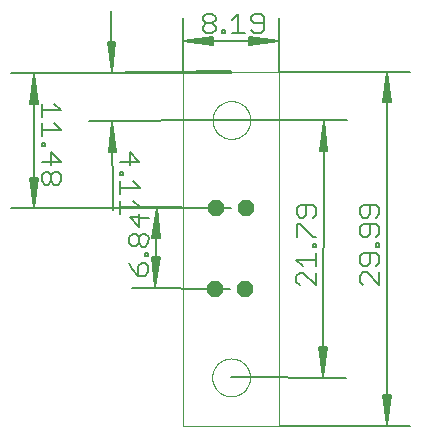
<source format=gtl>
G75*
%MOIN*%
%OFA0B0*%
%FSLAX25Y25*%
%IPPOS*%
%LPD*%
%AMOC8*
5,1,8,0,0,1.08239X$1,22.5*
%
%ADD10C,0.00000*%
%ADD11C,0.00512*%
%ADD12C,0.00600*%
%ADD13OC8,0.05200*%
D10*
X0058548Y0001256D02*
X0058548Y0119327D01*
X0090792Y0119327D01*
X0090792Y0001256D01*
X0058548Y0001256D01*
X0068390Y0017398D02*
X0068392Y0017556D01*
X0068398Y0017714D01*
X0068408Y0017872D01*
X0068422Y0018030D01*
X0068440Y0018187D01*
X0068461Y0018344D01*
X0068487Y0018500D01*
X0068517Y0018656D01*
X0068550Y0018811D01*
X0068588Y0018964D01*
X0068629Y0019117D01*
X0068674Y0019269D01*
X0068723Y0019420D01*
X0068776Y0019569D01*
X0068832Y0019717D01*
X0068892Y0019863D01*
X0068956Y0020008D01*
X0069024Y0020151D01*
X0069095Y0020293D01*
X0069169Y0020433D01*
X0069247Y0020570D01*
X0069329Y0020706D01*
X0069413Y0020840D01*
X0069502Y0020971D01*
X0069593Y0021100D01*
X0069688Y0021227D01*
X0069785Y0021352D01*
X0069886Y0021474D01*
X0069990Y0021593D01*
X0070097Y0021710D01*
X0070207Y0021824D01*
X0070320Y0021935D01*
X0070435Y0022044D01*
X0070553Y0022149D01*
X0070674Y0022251D01*
X0070797Y0022351D01*
X0070923Y0022447D01*
X0071051Y0022540D01*
X0071181Y0022630D01*
X0071314Y0022716D01*
X0071449Y0022800D01*
X0071585Y0022879D01*
X0071724Y0022956D01*
X0071865Y0023028D01*
X0072007Y0023098D01*
X0072151Y0023163D01*
X0072297Y0023225D01*
X0072444Y0023283D01*
X0072593Y0023338D01*
X0072743Y0023389D01*
X0072894Y0023436D01*
X0073046Y0023479D01*
X0073199Y0023518D01*
X0073354Y0023554D01*
X0073509Y0023585D01*
X0073665Y0023613D01*
X0073821Y0023637D01*
X0073978Y0023657D01*
X0074136Y0023673D01*
X0074293Y0023685D01*
X0074452Y0023693D01*
X0074610Y0023697D01*
X0074768Y0023697D01*
X0074926Y0023693D01*
X0075085Y0023685D01*
X0075242Y0023673D01*
X0075400Y0023657D01*
X0075557Y0023637D01*
X0075713Y0023613D01*
X0075869Y0023585D01*
X0076024Y0023554D01*
X0076179Y0023518D01*
X0076332Y0023479D01*
X0076484Y0023436D01*
X0076635Y0023389D01*
X0076785Y0023338D01*
X0076934Y0023283D01*
X0077081Y0023225D01*
X0077227Y0023163D01*
X0077371Y0023098D01*
X0077513Y0023028D01*
X0077654Y0022956D01*
X0077793Y0022879D01*
X0077929Y0022800D01*
X0078064Y0022716D01*
X0078197Y0022630D01*
X0078327Y0022540D01*
X0078455Y0022447D01*
X0078581Y0022351D01*
X0078704Y0022251D01*
X0078825Y0022149D01*
X0078943Y0022044D01*
X0079058Y0021935D01*
X0079171Y0021824D01*
X0079281Y0021710D01*
X0079388Y0021593D01*
X0079492Y0021474D01*
X0079593Y0021352D01*
X0079690Y0021227D01*
X0079785Y0021100D01*
X0079876Y0020971D01*
X0079965Y0020840D01*
X0080049Y0020706D01*
X0080131Y0020570D01*
X0080209Y0020433D01*
X0080283Y0020293D01*
X0080354Y0020151D01*
X0080422Y0020008D01*
X0080486Y0019863D01*
X0080546Y0019717D01*
X0080602Y0019569D01*
X0080655Y0019420D01*
X0080704Y0019269D01*
X0080749Y0019117D01*
X0080790Y0018964D01*
X0080828Y0018811D01*
X0080861Y0018656D01*
X0080891Y0018500D01*
X0080917Y0018344D01*
X0080938Y0018187D01*
X0080956Y0018030D01*
X0080970Y0017872D01*
X0080980Y0017714D01*
X0080986Y0017556D01*
X0080988Y0017398D01*
X0080986Y0017240D01*
X0080980Y0017082D01*
X0080970Y0016924D01*
X0080956Y0016766D01*
X0080938Y0016609D01*
X0080917Y0016452D01*
X0080891Y0016296D01*
X0080861Y0016140D01*
X0080828Y0015985D01*
X0080790Y0015832D01*
X0080749Y0015679D01*
X0080704Y0015527D01*
X0080655Y0015376D01*
X0080602Y0015227D01*
X0080546Y0015079D01*
X0080486Y0014933D01*
X0080422Y0014788D01*
X0080354Y0014645D01*
X0080283Y0014503D01*
X0080209Y0014363D01*
X0080131Y0014226D01*
X0080049Y0014090D01*
X0079965Y0013956D01*
X0079876Y0013825D01*
X0079785Y0013696D01*
X0079690Y0013569D01*
X0079593Y0013444D01*
X0079492Y0013322D01*
X0079388Y0013203D01*
X0079281Y0013086D01*
X0079171Y0012972D01*
X0079058Y0012861D01*
X0078943Y0012752D01*
X0078825Y0012647D01*
X0078704Y0012545D01*
X0078581Y0012445D01*
X0078455Y0012349D01*
X0078327Y0012256D01*
X0078197Y0012166D01*
X0078064Y0012080D01*
X0077929Y0011996D01*
X0077793Y0011917D01*
X0077654Y0011840D01*
X0077513Y0011768D01*
X0077371Y0011698D01*
X0077227Y0011633D01*
X0077081Y0011571D01*
X0076934Y0011513D01*
X0076785Y0011458D01*
X0076635Y0011407D01*
X0076484Y0011360D01*
X0076332Y0011317D01*
X0076179Y0011278D01*
X0076024Y0011242D01*
X0075869Y0011211D01*
X0075713Y0011183D01*
X0075557Y0011159D01*
X0075400Y0011139D01*
X0075242Y0011123D01*
X0075085Y0011111D01*
X0074926Y0011103D01*
X0074768Y0011099D01*
X0074610Y0011099D01*
X0074452Y0011103D01*
X0074293Y0011111D01*
X0074136Y0011123D01*
X0073978Y0011139D01*
X0073821Y0011159D01*
X0073665Y0011183D01*
X0073509Y0011211D01*
X0073354Y0011242D01*
X0073199Y0011278D01*
X0073046Y0011317D01*
X0072894Y0011360D01*
X0072743Y0011407D01*
X0072593Y0011458D01*
X0072444Y0011513D01*
X0072297Y0011571D01*
X0072151Y0011633D01*
X0072007Y0011698D01*
X0071865Y0011768D01*
X0071724Y0011840D01*
X0071585Y0011917D01*
X0071449Y0011996D01*
X0071314Y0012080D01*
X0071181Y0012166D01*
X0071051Y0012256D01*
X0070923Y0012349D01*
X0070797Y0012445D01*
X0070674Y0012545D01*
X0070553Y0012647D01*
X0070435Y0012752D01*
X0070320Y0012861D01*
X0070207Y0012972D01*
X0070097Y0013086D01*
X0069990Y0013203D01*
X0069886Y0013322D01*
X0069785Y0013444D01*
X0069688Y0013569D01*
X0069593Y0013696D01*
X0069502Y0013825D01*
X0069413Y0013956D01*
X0069329Y0014090D01*
X0069247Y0014226D01*
X0069169Y0014363D01*
X0069095Y0014503D01*
X0069024Y0014645D01*
X0068956Y0014788D01*
X0068892Y0014933D01*
X0068832Y0015079D01*
X0068776Y0015227D01*
X0068723Y0015376D01*
X0068674Y0015527D01*
X0068629Y0015679D01*
X0068588Y0015832D01*
X0068550Y0015985D01*
X0068517Y0016140D01*
X0068487Y0016296D01*
X0068461Y0016452D01*
X0068440Y0016609D01*
X0068422Y0016766D01*
X0068408Y0016924D01*
X0068398Y0017082D01*
X0068392Y0017240D01*
X0068390Y0017398D01*
X0068508Y0103185D02*
X0068510Y0103343D01*
X0068516Y0103501D01*
X0068526Y0103659D01*
X0068540Y0103817D01*
X0068558Y0103974D01*
X0068579Y0104131D01*
X0068605Y0104287D01*
X0068635Y0104443D01*
X0068668Y0104598D01*
X0068706Y0104751D01*
X0068747Y0104904D01*
X0068792Y0105056D01*
X0068841Y0105207D01*
X0068894Y0105356D01*
X0068950Y0105504D01*
X0069010Y0105650D01*
X0069074Y0105795D01*
X0069142Y0105938D01*
X0069213Y0106080D01*
X0069287Y0106220D01*
X0069365Y0106357D01*
X0069447Y0106493D01*
X0069531Y0106627D01*
X0069620Y0106758D01*
X0069711Y0106887D01*
X0069806Y0107014D01*
X0069903Y0107139D01*
X0070004Y0107261D01*
X0070108Y0107380D01*
X0070215Y0107497D01*
X0070325Y0107611D01*
X0070438Y0107722D01*
X0070553Y0107831D01*
X0070671Y0107936D01*
X0070792Y0108038D01*
X0070915Y0108138D01*
X0071041Y0108234D01*
X0071169Y0108327D01*
X0071299Y0108417D01*
X0071432Y0108503D01*
X0071567Y0108587D01*
X0071703Y0108666D01*
X0071842Y0108743D01*
X0071983Y0108815D01*
X0072125Y0108885D01*
X0072269Y0108950D01*
X0072415Y0109012D01*
X0072562Y0109070D01*
X0072711Y0109125D01*
X0072861Y0109176D01*
X0073012Y0109223D01*
X0073164Y0109266D01*
X0073317Y0109305D01*
X0073472Y0109341D01*
X0073627Y0109372D01*
X0073783Y0109400D01*
X0073939Y0109424D01*
X0074096Y0109444D01*
X0074254Y0109460D01*
X0074411Y0109472D01*
X0074570Y0109480D01*
X0074728Y0109484D01*
X0074886Y0109484D01*
X0075044Y0109480D01*
X0075203Y0109472D01*
X0075360Y0109460D01*
X0075518Y0109444D01*
X0075675Y0109424D01*
X0075831Y0109400D01*
X0075987Y0109372D01*
X0076142Y0109341D01*
X0076297Y0109305D01*
X0076450Y0109266D01*
X0076602Y0109223D01*
X0076753Y0109176D01*
X0076903Y0109125D01*
X0077052Y0109070D01*
X0077199Y0109012D01*
X0077345Y0108950D01*
X0077489Y0108885D01*
X0077631Y0108815D01*
X0077772Y0108743D01*
X0077911Y0108666D01*
X0078047Y0108587D01*
X0078182Y0108503D01*
X0078315Y0108417D01*
X0078445Y0108327D01*
X0078573Y0108234D01*
X0078699Y0108138D01*
X0078822Y0108038D01*
X0078943Y0107936D01*
X0079061Y0107831D01*
X0079176Y0107722D01*
X0079289Y0107611D01*
X0079399Y0107497D01*
X0079506Y0107380D01*
X0079610Y0107261D01*
X0079711Y0107139D01*
X0079808Y0107014D01*
X0079903Y0106887D01*
X0079994Y0106758D01*
X0080083Y0106627D01*
X0080167Y0106493D01*
X0080249Y0106357D01*
X0080327Y0106220D01*
X0080401Y0106080D01*
X0080472Y0105938D01*
X0080540Y0105795D01*
X0080604Y0105650D01*
X0080664Y0105504D01*
X0080720Y0105356D01*
X0080773Y0105207D01*
X0080822Y0105056D01*
X0080867Y0104904D01*
X0080908Y0104751D01*
X0080946Y0104598D01*
X0080979Y0104443D01*
X0081009Y0104287D01*
X0081035Y0104131D01*
X0081056Y0103974D01*
X0081074Y0103817D01*
X0081088Y0103659D01*
X0081098Y0103501D01*
X0081104Y0103343D01*
X0081106Y0103185D01*
X0081104Y0103027D01*
X0081098Y0102869D01*
X0081088Y0102711D01*
X0081074Y0102553D01*
X0081056Y0102396D01*
X0081035Y0102239D01*
X0081009Y0102083D01*
X0080979Y0101927D01*
X0080946Y0101772D01*
X0080908Y0101619D01*
X0080867Y0101466D01*
X0080822Y0101314D01*
X0080773Y0101163D01*
X0080720Y0101014D01*
X0080664Y0100866D01*
X0080604Y0100720D01*
X0080540Y0100575D01*
X0080472Y0100432D01*
X0080401Y0100290D01*
X0080327Y0100150D01*
X0080249Y0100013D01*
X0080167Y0099877D01*
X0080083Y0099743D01*
X0079994Y0099612D01*
X0079903Y0099483D01*
X0079808Y0099356D01*
X0079711Y0099231D01*
X0079610Y0099109D01*
X0079506Y0098990D01*
X0079399Y0098873D01*
X0079289Y0098759D01*
X0079176Y0098648D01*
X0079061Y0098539D01*
X0078943Y0098434D01*
X0078822Y0098332D01*
X0078699Y0098232D01*
X0078573Y0098136D01*
X0078445Y0098043D01*
X0078315Y0097953D01*
X0078182Y0097867D01*
X0078047Y0097783D01*
X0077911Y0097704D01*
X0077772Y0097627D01*
X0077631Y0097555D01*
X0077489Y0097485D01*
X0077345Y0097420D01*
X0077199Y0097358D01*
X0077052Y0097300D01*
X0076903Y0097245D01*
X0076753Y0097194D01*
X0076602Y0097147D01*
X0076450Y0097104D01*
X0076297Y0097065D01*
X0076142Y0097029D01*
X0075987Y0096998D01*
X0075831Y0096970D01*
X0075675Y0096946D01*
X0075518Y0096926D01*
X0075360Y0096910D01*
X0075203Y0096898D01*
X0075044Y0096890D01*
X0074886Y0096886D01*
X0074728Y0096886D01*
X0074570Y0096890D01*
X0074411Y0096898D01*
X0074254Y0096910D01*
X0074096Y0096926D01*
X0073939Y0096946D01*
X0073783Y0096970D01*
X0073627Y0096998D01*
X0073472Y0097029D01*
X0073317Y0097065D01*
X0073164Y0097104D01*
X0073012Y0097147D01*
X0072861Y0097194D01*
X0072711Y0097245D01*
X0072562Y0097300D01*
X0072415Y0097358D01*
X0072269Y0097420D01*
X0072125Y0097485D01*
X0071983Y0097555D01*
X0071842Y0097627D01*
X0071703Y0097704D01*
X0071567Y0097783D01*
X0071432Y0097867D01*
X0071299Y0097953D01*
X0071169Y0098043D01*
X0071041Y0098136D01*
X0070915Y0098232D01*
X0070792Y0098332D01*
X0070671Y0098434D01*
X0070553Y0098539D01*
X0070438Y0098648D01*
X0070325Y0098759D01*
X0070215Y0098873D01*
X0070108Y0098990D01*
X0070004Y0099109D01*
X0069903Y0099231D01*
X0069806Y0099356D01*
X0069711Y0099483D01*
X0069620Y0099612D01*
X0069531Y0099743D01*
X0069447Y0099877D01*
X0069365Y0100013D01*
X0069287Y0100150D01*
X0069213Y0100290D01*
X0069142Y0100432D01*
X0069074Y0100575D01*
X0069010Y0100720D01*
X0068950Y0100866D01*
X0068894Y0101014D01*
X0068841Y0101163D01*
X0068792Y0101314D01*
X0068747Y0101466D01*
X0068706Y0101619D01*
X0068668Y0101772D01*
X0068635Y0101927D01*
X0068605Y0102083D01*
X0068579Y0102239D01*
X0068558Y0102396D01*
X0068540Y0102553D01*
X0068526Y0102711D01*
X0068516Y0102869D01*
X0068510Y0103027D01*
X0068508Y0103185D01*
D11*
X0074335Y0046846D02*
X0041791Y0047322D01*
X0049472Y0047466D02*
X0050641Y0057430D01*
X0050874Y0057427D02*
X0049472Y0047466D01*
X0048594Y0057460D01*
X0048361Y0057464D02*
X0050874Y0057427D01*
X0050129Y0057438D02*
X0049472Y0047466D01*
X0049106Y0057453D01*
X0048361Y0057464D02*
X0049472Y0047466D01*
X0049858Y0073883D01*
X0050735Y0063889D01*
X0050969Y0063886D02*
X0049858Y0073883D01*
X0048688Y0063919D01*
X0048455Y0063922D02*
X0050969Y0063886D01*
X0050224Y0063897D02*
X0049858Y0073883D01*
X0049200Y0063912D01*
X0048455Y0063922D02*
X0049858Y0073883D01*
X0042185Y0074251D02*
X0074729Y0073776D01*
X0001295Y0073712D01*
X0008972Y0073974D02*
X0007940Y0083954D01*
X0007707Y0083953D02*
X0008972Y0073974D01*
X0009987Y0083955D01*
X0010220Y0083956D02*
X0007707Y0083953D01*
X0008452Y0083954D02*
X0008972Y0073974D01*
X0009475Y0083955D01*
X0010220Y0083956D02*
X0008972Y0073974D01*
X0008933Y0118659D01*
X0007918Y0108678D01*
X0007685Y0108678D02*
X0008933Y0118659D01*
X0009966Y0108680D01*
X0010199Y0108680D02*
X0007685Y0108678D01*
X0008430Y0108679D02*
X0008933Y0118659D01*
X0009454Y0108679D01*
X0010199Y0108680D02*
X0008933Y0118659D01*
X0001256Y0118908D02*
X0074689Y0118972D01*
X0074689Y0119366D02*
X0027239Y0119020D01*
X0034914Y0119332D02*
X0033818Y0129304D01*
X0033585Y0129303D02*
X0034914Y0119332D01*
X0035865Y0129319D01*
X0036098Y0129321D02*
X0033585Y0129303D01*
X0034330Y0129308D02*
X0034914Y0119332D01*
X0035353Y0129316D01*
X0036098Y0129321D02*
X0034914Y0119332D01*
X0034767Y0139548D01*
X0058548Y0137280D02*
X0058548Y0119327D01*
X0058803Y0129602D02*
X0068784Y0128579D01*
X0068784Y0128346D02*
X0058803Y0129602D01*
X0068784Y0130626D01*
X0068784Y0130859D02*
X0068784Y0128346D01*
X0068784Y0129091D02*
X0058803Y0129602D01*
X0068784Y0130114D01*
X0068784Y0130859D02*
X0058803Y0129602D01*
X0090536Y0129602D01*
X0080555Y0128579D01*
X0080555Y0128346D02*
X0090536Y0129602D01*
X0080555Y0130626D01*
X0080555Y0130859D02*
X0080555Y0128346D01*
X0080555Y0129091D02*
X0090536Y0129602D01*
X0080555Y0130114D01*
X0080555Y0130859D02*
X0090536Y0129602D01*
X0090792Y0137280D02*
X0090792Y0119327D01*
X0134335Y0119327D01*
X0126658Y0119071D02*
X0127681Y0109091D01*
X0127915Y0109091D02*
X0126658Y0119071D01*
X0125634Y0109091D01*
X0125401Y0109091D02*
X0127915Y0109091D01*
X0127170Y0109091D02*
X0126658Y0119071D01*
X0126146Y0109091D01*
X0125401Y0109091D02*
X0126658Y0119071D01*
X0126658Y0001512D01*
X0127681Y0011492D01*
X0127915Y0011492D02*
X0126658Y0001512D01*
X0125634Y0011492D01*
X0125401Y0011492D02*
X0127915Y0011492D01*
X0127170Y0011492D02*
X0126658Y0001512D01*
X0126146Y0011492D01*
X0125401Y0011492D02*
X0126658Y0001512D01*
X0134335Y0001256D02*
X0090792Y0001256D01*
X0105397Y0017611D02*
X0106435Y0027590D01*
X0106668Y0027590D02*
X0105397Y0017611D01*
X0104387Y0027593D01*
X0104154Y0027593D02*
X0106668Y0027590D01*
X0105923Y0027591D02*
X0105397Y0017611D01*
X0104899Y0027592D01*
X0104154Y0027593D02*
X0105397Y0017611D01*
X0105515Y0102887D01*
X0106524Y0092905D01*
X0106758Y0092905D02*
X0105515Y0102887D01*
X0104477Y0092908D01*
X0104244Y0092908D02*
X0106758Y0092905D01*
X0106013Y0092906D02*
X0105515Y0102887D01*
X0104989Y0092907D01*
X0104244Y0092908D02*
X0105515Y0102887D01*
X0113192Y0103132D02*
X0074807Y0103185D01*
X0027357Y0102839D01*
X0035036Y0102639D02*
X0034085Y0092651D01*
X0033852Y0092650D02*
X0035036Y0102639D01*
X0036133Y0092666D01*
X0036366Y0092668D02*
X0033852Y0092650D01*
X0034597Y0092655D02*
X0035036Y0102639D01*
X0035621Y0092663D01*
X0036366Y0092668D02*
X0035036Y0102639D01*
X0035251Y0073226D01*
X0074689Y0017398D02*
X0113074Y0017345D01*
D12*
X0118758Y0048099D02*
X0117691Y0049166D01*
X0117691Y0051301D01*
X0118758Y0052369D01*
X0119826Y0052369D01*
X0124096Y0048099D01*
X0124096Y0052369D01*
X0123028Y0054544D02*
X0124096Y0055612D01*
X0124096Y0057747D01*
X0123028Y0058814D01*
X0118758Y0058814D01*
X0117691Y0057747D01*
X0117691Y0055612D01*
X0118758Y0054544D01*
X0119826Y0054544D01*
X0120893Y0055612D01*
X0120893Y0058814D01*
X0123028Y0060990D02*
X0123028Y0062057D01*
X0124096Y0062057D01*
X0124096Y0060990D01*
X0123028Y0060990D01*
X0123028Y0064212D02*
X0124096Y0065280D01*
X0124096Y0067415D01*
X0123028Y0068483D01*
X0118758Y0068483D01*
X0117691Y0067415D01*
X0117691Y0065280D01*
X0118758Y0064212D01*
X0119826Y0064212D01*
X0120893Y0065280D01*
X0120893Y0068483D01*
X0119826Y0070658D02*
X0120893Y0071725D01*
X0120893Y0074928D01*
X0123028Y0074928D02*
X0118758Y0074928D01*
X0117691Y0073861D01*
X0117691Y0071725D01*
X0118758Y0070658D01*
X0119826Y0070658D01*
X0123028Y0070658D02*
X0124096Y0071725D01*
X0124096Y0073861D01*
X0123028Y0074928D01*
X0102922Y0073822D02*
X0102919Y0071687D01*
X0101849Y0070621D01*
X0099716Y0071692D02*
X0099721Y0074895D01*
X0097586Y0074899D02*
X0096517Y0073833D01*
X0096513Y0071698D01*
X0097579Y0070628D01*
X0098646Y0070627D01*
X0099716Y0071692D01*
X0102922Y0073822D02*
X0101857Y0074891D01*
X0097586Y0074899D01*
X0097575Y0068453D02*
X0101838Y0064176D01*
X0102905Y0064174D01*
X0102902Y0062019D02*
X0102900Y0060951D01*
X0101832Y0060953D01*
X0101834Y0062020D01*
X0102902Y0062019D01*
X0102896Y0058776D02*
X0102889Y0054505D01*
X0102892Y0056641D02*
X0096487Y0056652D01*
X0098618Y0054513D01*
X0098615Y0052338D02*
X0097547Y0052340D01*
X0096477Y0051274D01*
X0096474Y0049139D01*
X0097539Y0048069D01*
X0098615Y0052338D02*
X0102877Y0048060D01*
X0102885Y0052330D01*
X0096500Y0064185D02*
X0096507Y0068455D01*
X0097575Y0068453D01*
X0047269Y0070611D02*
X0040865Y0070711D01*
X0044017Y0067459D01*
X0044084Y0071729D01*
X0044205Y0074174D02*
X0037800Y0074129D01*
X0037785Y0076264D02*
X0037815Y0071994D01*
X0042055Y0076294D02*
X0044205Y0074174D01*
X0044160Y0080619D02*
X0037755Y0080574D01*
X0037740Y0082709D02*
X0037770Y0078439D01*
X0042010Y0082739D02*
X0044160Y0080619D01*
X0038793Y0084872D02*
X0038785Y0085939D01*
X0037718Y0085932D01*
X0037725Y0084864D01*
X0038793Y0084872D01*
X0040905Y0088130D02*
X0040875Y0092400D01*
X0044100Y0089219D01*
X0037695Y0089175D01*
X0017943Y0089207D02*
X0014735Y0092404D01*
X0014742Y0088133D01*
X0013679Y0085956D02*
X0012611Y0085955D01*
X0011545Y0084885D01*
X0011549Y0082750D01*
X0012619Y0081684D01*
X0013686Y0081686D01*
X0014752Y0082756D01*
X0014748Y0084891D01*
X0015814Y0085960D01*
X0016881Y0085962D01*
X0017951Y0084896D01*
X0017955Y0082761D01*
X0016889Y0081692D01*
X0015821Y0081690D01*
X0014752Y0082756D01*
X0014748Y0084891D02*
X0013679Y0085956D01*
X0011538Y0089195D02*
X0017943Y0089207D01*
X0012596Y0094555D02*
X0011529Y0094553D01*
X0011527Y0095621D01*
X0012594Y0095623D01*
X0012596Y0094555D01*
X0011523Y0097796D02*
X0011515Y0102066D01*
X0011519Y0099931D02*
X0017925Y0099942D01*
X0015786Y0102074D01*
X0011512Y0104242D02*
X0011504Y0108512D01*
X0011508Y0106377D02*
X0017913Y0106388D01*
X0015774Y0108519D01*
X0041847Y0065317D02*
X0042915Y0065301D01*
X0043966Y0064216D01*
X0043932Y0062082D01*
X0042848Y0061031D01*
X0041780Y0061048D01*
X0040730Y0062132D01*
X0040763Y0064267D01*
X0041847Y0065317D01*
X0043966Y0064216D02*
X0045050Y0065267D01*
X0046117Y0065250D01*
X0047168Y0064166D01*
X0047134Y0062031D01*
X0046050Y0060981D01*
X0044983Y0060997D01*
X0043932Y0062082D01*
X0046016Y0058826D02*
X0047084Y0058809D01*
X0047067Y0057741D01*
X0046000Y0057758D01*
X0046016Y0058826D01*
X0045965Y0055583D02*
X0044898Y0055600D01*
X0043814Y0054549D01*
X0043763Y0051347D01*
X0045898Y0051314D01*
X0046983Y0052364D01*
X0047016Y0054499D01*
X0045965Y0055583D01*
X0041662Y0053516D02*
X0043763Y0051347D01*
X0041662Y0053516D02*
X0040628Y0055667D01*
X0066321Y0132164D02*
X0065253Y0133232D01*
X0065253Y0134299D01*
X0066321Y0135367D01*
X0068456Y0135367D01*
X0069523Y0134299D01*
X0069523Y0133232D01*
X0068456Y0132164D01*
X0066321Y0132164D01*
X0066321Y0135367D02*
X0065253Y0136434D01*
X0065253Y0137502D01*
X0066321Y0138570D01*
X0068456Y0138570D01*
X0069523Y0137502D01*
X0069523Y0136434D01*
X0068456Y0135367D01*
X0071699Y0133232D02*
X0072766Y0133232D01*
X0072766Y0132164D01*
X0071699Y0132164D01*
X0071699Y0133232D01*
X0074921Y0132164D02*
X0079192Y0132164D01*
X0077056Y0132164D02*
X0077056Y0138570D01*
X0074921Y0136434D01*
X0081367Y0136434D02*
X0082434Y0135367D01*
X0085637Y0135367D01*
X0085637Y0137502D02*
X0084570Y0138570D01*
X0082434Y0138570D01*
X0081367Y0137502D01*
X0081367Y0136434D01*
X0081367Y0133232D02*
X0082434Y0132164D01*
X0084570Y0132164D01*
X0085637Y0133232D01*
X0085637Y0137502D01*
D13*
X0079729Y0073776D03*
X0069729Y0073776D03*
X0069335Y0046846D03*
X0079335Y0046846D03*
M02*

</source>
